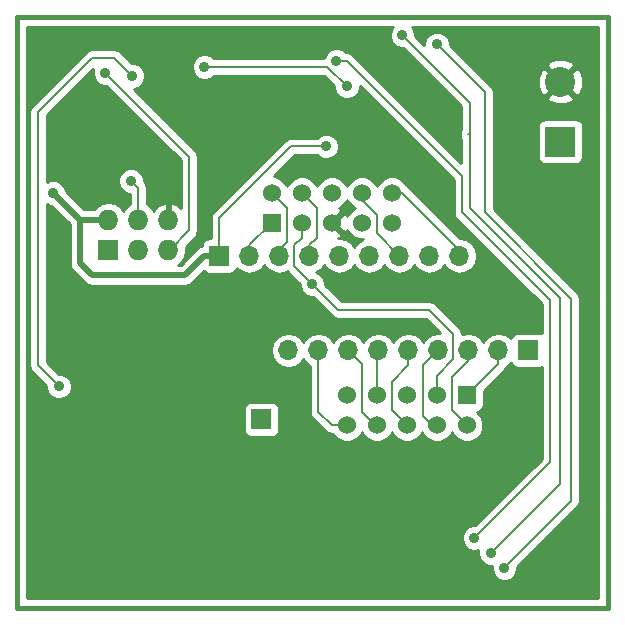
<source format=gbl>
G04 #@! TF.FileFunction,Copper,L2,Bot,Signal*
%FSLAX46Y46*%
G04 Gerber Fmt 4.6, Leading zero omitted, Abs format (unit mm)*
G04 Created by KiCad (PCBNEW 4.0.5-e0-6337~49~ubuntu16.04.1) date Tue Jan 17 08:51:43 2017*
%MOMM*%
%LPD*%
G01*
G04 APERTURE LIST*
%ADD10C,0.150000*%
%ADD11C,0.381000*%
%ADD12R,1.524000X1.524000*%
%ADD13C,1.524000*%
%ADD14R,1.727200X1.727200*%
%ADD15O,1.727200X1.727200*%
%ADD16R,2.540000X2.540000*%
%ADD17C,2.540000*%
%ADD18R,1.700000X1.700000*%
%ADD19O,1.700000X1.700000*%
%ADD20C,0.889000*%
%ADD21C,0.203200*%
%ADD22C,0.500000*%
%ADD23C,0.254000*%
G04 APERTURE END LIST*
D10*
D11*
X134000000Y-48000000D02*
X134000000Y-98000000D01*
X184000000Y-48000000D02*
X134000000Y-48000000D01*
X184000000Y-98000000D02*
X184000000Y-48000000D01*
X134000000Y-98000000D02*
X184000000Y-98000000D01*
D12*
X155575000Y-65405000D03*
D13*
X155575000Y-62865000D03*
X158115000Y-65405000D03*
X158115000Y-62865000D03*
X160655000Y-65405000D03*
X160655000Y-62865000D03*
X163195000Y-65405000D03*
X163195000Y-62865000D03*
X165735000Y-65405000D03*
X165735000Y-62865000D03*
D12*
X172085000Y-80010000D03*
D13*
X172085000Y-82550000D03*
X169545000Y-80010000D03*
X169545000Y-82550000D03*
X167005000Y-80010000D03*
X167005000Y-82550000D03*
X164465000Y-80010000D03*
X164465000Y-82550000D03*
X161925000Y-80010000D03*
X161925000Y-82550000D03*
D14*
X141732000Y-67691000D03*
D15*
X141732000Y-65151000D03*
X144272000Y-67691000D03*
X144272000Y-65151000D03*
X146812000Y-67691000D03*
X146812000Y-65151000D03*
D16*
X180000000Y-58540000D03*
D17*
X180000000Y-53460000D03*
D18*
X154686000Y-82042000D03*
X177292000Y-76200000D03*
D19*
X174752000Y-76200000D03*
X172212000Y-76200000D03*
X169672000Y-76200000D03*
X167132000Y-76200000D03*
X164592000Y-76200000D03*
X162052000Y-76200000D03*
X159512000Y-76200000D03*
X156972000Y-76200000D03*
D18*
X151130000Y-68199000D03*
D19*
X153670000Y-68199000D03*
X156210000Y-68199000D03*
X158750000Y-68199000D03*
X161290000Y-68199000D03*
X163830000Y-68199000D03*
X166370000Y-68199000D03*
X168910000Y-68199000D03*
X171450000Y-68199000D03*
D20*
X141478000Y-52705000D03*
X143637000Y-61849000D03*
X143764000Y-52959000D03*
X137541000Y-79248000D03*
X149860000Y-52197000D03*
X161925000Y-53848000D03*
X161036000Y-51689000D03*
X172720000Y-92075000D03*
X174117000Y-93345000D03*
X166624000Y-49530000D03*
X169545000Y-50292000D03*
X175260000Y-94615000D03*
X159004000Y-70612000D03*
X137033000Y-62865000D03*
X160147000Y-58928000D03*
X147193000Y-77597000D03*
X135509000Y-90297000D03*
D21*
X153670000Y-68199000D02*
X153670000Y-67310000D01*
X153670000Y-67310000D02*
X155575000Y-65405000D01*
X156210000Y-68199000D02*
X156210000Y-67691000D01*
X156210000Y-67691000D02*
X156845000Y-67056000D01*
X156845000Y-67056000D02*
X156845000Y-64135000D01*
X156845000Y-64135000D02*
X155575000Y-62865000D01*
X169545000Y-82550000D02*
X169164000Y-82550000D01*
X169164000Y-82550000D02*
X168402000Y-81788000D01*
X168402000Y-77470000D02*
X169672000Y-76200000D01*
X168402000Y-81788000D02*
X168402000Y-77470000D01*
X167132000Y-76200000D02*
X167132000Y-77470000D01*
X165735000Y-81280000D02*
X167005000Y-82550000D01*
X165735000Y-78867000D02*
X165735000Y-81280000D01*
X167132000Y-77470000D02*
X165735000Y-78867000D01*
X164465000Y-80010000D02*
X164465000Y-76327000D01*
X164465000Y-76327000D02*
X164592000Y-76200000D01*
X164465000Y-82550000D02*
X164338000Y-82550000D01*
X164338000Y-82550000D02*
X163195000Y-81407000D01*
X163195000Y-77343000D02*
X162052000Y-76200000D01*
X163195000Y-81407000D02*
X163195000Y-77343000D01*
X161925000Y-82550000D02*
X160655000Y-82550000D01*
X159512000Y-81407000D02*
X159512000Y-76200000D01*
X160655000Y-82550000D02*
X159512000Y-81407000D01*
X158750000Y-68199000D02*
X158750000Y-67310000D01*
X159385000Y-64135000D02*
X158115000Y-62865000D01*
X159385000Y-66675000D02*
X159385000Y-64135000D01*
X158750000Y-67310000D02*
X159385000Y-66675000D01*
X161290000Y-68199000D02*
X161290000Y-67564000D01*
X163195000Y-62865000D02*
X163195000Y-63500000D01*
X163195000Y-63500000D02*
X164465000Y-64770000D01*
X164465000Y-66294000D02*
X166370000Y-68199000D01*
X164465000Y-64770000D02*
X164465000Y-66294000D01*
X171450000Y-68199000D02*
X171450000Y-67691000D01*
X171450000Y-67691000D02*
X166624000Y-62865000D01*
X166624000Y-62865000D02*
X165735000Y-62865000D01*
X174752000Y-76200000D02*
X174752000Y-77343000D01*
X174752000Y-77343000D02*
X172085000Y-80010000D01*
X172212000Y-76200000D02*
X172212000Y-77089000D01*
X170815000Y-81280000D02*
X172085000Y-82550000D01*
X170815000Y-78486000D02*
X170815000Y-81280000D01*
X172212000Y-77089000D02*
X170815000Y-78486000D01*
X146812000Y-67691000D02*
X146939000Y-67691000D01*
X146939000Y-67691000D02*
X148590000Y-66040000D01*
X148590000Y-59817000D02*
X141478000Y-52705000D01*
X148590000Y-66040000D02*
X148590000Y-59817000D01*
X146812000Y-67691000D02*
X146812000Y-67310000D01*
X144272000Y-62484000D02*
X144272000Y-65151000D01*
X143637000Y-61849000D02*
X144272000Y-62484000D01*
X142240000Y-51435000D02*
X143764000Y-52959000D01*
X140335000Y-51435000D02*
X142240000Y-51435000D01*
X135763000Y-56007000D02*
X140335000Y-51435000D01*
X135763000Y-77470000D02*
X135763000Y-56007000D01*
X137541000Y-79248000D02*
X135763000Y-77470000D01*
X160274000Y-52197000D02*
X149860000Y-52197000D01*
X161925000Y-53848000D02*
X160274000Y-52197000D01*
X171704000Y-61468000D02*
X171704000Y-63246000D01*
X161925000Y-51689000D02*
X171704000Y-61468000D01*
X161036000Y-51689000D02*
X161925000Y-51689000D01*
X179133500Y-85661500D02*
X179133500Y-71945500D01*
X172720000Y-92075000D02*
X179133500Y-85661500D01*
X171704000Y-63246000D02*
X171704000Y-64516000D01*
X171704000Y-64516000D02*
X179133500Y-71945500D01*
X172339000Y-57658000D02*
X172339000Y-64135000D01*
X179959000Y-87503000D02*
X174117000Y-93345000D01*
X179959000Y-71755000D02*
X179959000Y-87503000D01*
X172339000Y-64135000D02*
X179959000Y-71755000D01*
X172339000Y-57785000D02*
X172212000Y-57912000D01*
X172339000Y-55245000D02*
X172339000Y-57658000D01*
X172339000Y-57658000D02*
X172339000Y-57785000D01*
X166624000Y-49530000D02*
X172339000Y-55245000D01*
X173609000Y-54356000D02*
X173609000Y-55626000D01*
X169545000Y-50292000D02*
X173609000Y-54356000D01*
X180911500Y-88963500D02*
X180911500Y-71818500D01*
X175260000Y-94615000D02*
X180911500Y-88963500D01*
X173609000Y-55626000D02*
X173609000Y-64516000D01*
X173609000Y-64516000D02*
X180911500Y-71818500D01*
X159004000Y-70612000D02*
X158369000Y-69977000D01*
X158115000Y-65405000D02*
X158115000Y-66675000D01*
X158115000Y-66675000D02*
X157480000Y-67310000D01*
X157480000Y-67310000D02*
X157480000Y-69088000D01*
X157480000Y-69088000D02*
X158369000Y-69977000D01*
X169545000Y-78359000D02*
X169545000Y-80010000D01*
X158369000Y-69977000D02*
X161163000Y-72771000D01*
X161163000Y-72771000D02*
X168910000Y-72771000D01*
X168910000Y-72771000D02*
X170942000Y-74803000D01*
X170942000Y-74803000D02*
X170942000Y-76962000D01*
X170942000Y-76962000D02*
X169545000Y-78359000D01*
D22*
X141732000Y-65151000D02*
X139319000Y-65151000D01*
X139319000Y-65151000D02*
X137033000Y-62865000D01*
X151130000Y-68199000D02*
X149860000Y-68199000D01*
X149860000Y-68199000D02*
X148209000Y-69850000D01*
X148209000Y-69850000D02*
X140335000Y-69850000D01*
X140335000Y-69850000D02*
X139319000Y-68834000D01*
X139319000Y-68834000D02*
X139319000Y-65151000D01*
D21*
X151130000Y-65024000D02*
X151130000Y-68199000D01*
X157226000Y-58928000D02*
X151130000Y-65024000D01*
X157861000Y-58928000D02*
X157226000Y-58928000D01*
X158877000Y-58928000D02*
X157861000Y-58928000D01*
X160147000Y-58928000D02*
X158877000Y-58928000D01*
D22*
X151130000Y-68199000D02*
X151130000Y-68326000D01*
X147193000Y-78613000D02*
X147193000Y-77597000D01*
X135509000Y-90297000D02*
X147193000Y-78613000D01*
D21*
X160655000Y-65405000D02*
X160655000Y-66040000D01*
X180000000Y-53680000D02*
X180000000Y-53460000D01*
D23*
G36*
X165709378Y-48917714D02*
X165544687Y-49314332D01*
X165544313Y-49743784D01*
X165708311Y-50140689D01*
X166011714Y-50444622D01*
X166408332Y-50609313D01*
X166661824Y-50609534D01*
X171602400Y-55550110D01*
X171602400Y-57523961D01*
X171531470Y-57630115D01*
X171475400Y-57912000D01*
X171531470Y-58193885D01*
X171602400Y-58300039D01*
X171602400Y-60324690D01*
X162445855Y-51168145D01*
X162206885Y-51008470D01*
X161925000Y-50952400D01*
X161825998Y-50952400D01*
X161648286Y-50774378D01*
X161251668Y-50609687D01*
X160822216Y-50609313D01*
X160425311Y-50773311D01*
X160121378Y-51076714D01*
X159962057Y-51460400D01*
X150649998Y-51460400D01*
X150472286Y-51282378D01*
X150075668Y-51117687D01*
X149646216Y-51117313D01*
X149249311Y-51281311D01*
X148945378Y-51584714D01*
X148780687Y-51981332D01*
X148780313Y-52410784D01*
X148944311Y-52807689D01*
X149247714Y-53111622D01*
X149644332Y-53276313D01*
X150073784Y-53276687D01*
X150470689Y-53112689D01*
X150650091Y-52933600D01*
X159968890Y-52933600D01*
X160845532Y-53810242D01*
X160845313Y-54061784D01*
X161009311Y-54458689D01*
X161312714Y-54762622D01*
X161709332Y-54927313D01*
X162138784Y-54927687D01*
X162535689Y-54763689D01*
X162839622Y-54460286D01*
X163004313Y-54063668D01*
X163004534Y-53810244D01*
X170967400Y-61773110D01*
X170967400Y-64516000D01*
X171023470Y-64797885D01*
X171183145Y-65036855D01*
X178396900Y-72250610D01*
X178396900Y-74755626D01*
X178393890Y-74753569D01*
X178142000Y-74702560D01*
X176442000Y-74702560D01*
X176206683Y-74746838D01*
X175990559Y-74885910D01*
X175845569Y-75098110D01*
X175831914Y-75165541D01*
X175802054Y-75120853D01*
X175320285Y-74798946D01*
X174752000Y-74685907D01*
X174183715Y-74798946D01*
X173701946Y-75120853D01*
X173482000Y-75450026D01*
X173262054Y-75120853D01*
X172780285Y-74798946D01*
X172212000Y-74685907D01*
X171676497Y-74792425D01*
X171622530Y-74521115D01*
X171462855Y-74282145D01*
X169430855Y-72250145D01*
X169191885Y-72090470D01*
X168910000Y-72034400D01*
X161468110Y-72034400D01*
X160083468Y-70649758D01*
X160083687Y-70398216D01*
X159919689Y-70001311D01*
X159616286Y-69697378D01*
X159342668Y-69583762D01*
X159800054Y-69278147D01*
X160020000Y-68948974D01*
X160239946Y-69278147D01*
X160721715Y-69600054D01*
X161290000Y-69713093D01*
X161858285Y-69600054D01*
X162340054Y-69278147D01*
X162560000Y-68948974D01*
X162779946Y-69278147D01*
X163261715Y-69600054D01*
X163830000Y-69713093D01*
X164398285Y-69600054D01*
X164880054Y-69278147D01*
X165100000Y-68948974D01*
X165319946Y-69278147D01*
X165801715Y-69600054D01*
X166370000Y-69713093D01*
X166938285Y-69600054D01*
X167420054Y-69278147D01*
X167640000Y-68948974D01*
X167859946Y-69278147D01*
X168341715Y-69600054D01*
X168910000Y-69713093D01*
X169478285Y-69600054D01*
X169960054Y-69278147D01*
X170180000Y-68948974D01*
X170399946Y-69278147D01*
X170881715Y-69600054D01*
X171450000Y-69713093D01*
X172018285Y-69600054D01*
X172500054Y-69278147D01*
X172821961Y-68796378D01*
X172935000Y-68228093D01*
X172935000Y-68169907D01*
X172821961Y-67601622D01*
X172500054Y-67119853D01*
X172018285Y-66797946D01*
X171494461Y-66693751D01*
X167144855Y-62344145D01*
X166988052Y-62239373D01*
X166920010Y-62074697D01*
X166527370Y-61681371D01*
X166014100Y-61468243D01*
X165458339Y-61467758D01*
X164944697Y-61679990D01*
X164551371Y-62072630D01*
X164465051Y-62280512D01*
X164380010Y-62074697D01*
X163987370Y-61681371D01*
X163474100Y-61468243D01*
X162918339Y-61467758D01*
X162404697Y-61679990D01*
X162011371Y-62072630D01*
X161925051Y-62280512D01*
X161840010Y-62074697D01*
X161447370Y-61681371D01*
X160934100Y-61468243D01*
X160378339Y-61467758D01*
X159864697Y-61679990D01*
X159471371Y-62072630D01*
X159385051Y-62280512D01*
X159300010Y-62074697D01*
X158907370Y-61681371D01*
X158394100Y-61468243D01*
X157838339Y-61467758D01*
X157324697Y-61679990D01*
X156931371Y-62072630D01*
X156845051Y-62280512D01*
X156760010Y-62074697D01*
X156367370Y-61681371D01*
X155854100Y-61468243D01*
X155727577Y-61468133D01*
X157531110Y-59664600D01*
X159357002Y-59664600D01*
X159534714Y-59842622D01*
X159931332Y-60007313D01*
X160360784Y-60007687D01*
X160757689Y-59843689D01*
X161061622Y-59540286D01*
X161226313Y-59143668D01*
X161226687Y-58714216D01*
X161062689Y-58317311D01*
X160759286Y-58013378D01*
X160362668Y-57848687D01*
X159933216Y-57848313D01*
X159536311Y-58012311D01*
X159356909Y-58191400D01*
X157226000Y-58191400D01*
X156944115Y-58247470D01*
X156723920Y-58394600D01*
X156705145Y-58407145D01*
X150609145Y-64503145D01*
X150449470Y-64742115D01*
X150393400Y-65024000D01*
X150393400Y-66701560D01*
X150280000Y-66701560D01*
X150044683Y-66745838D01*
X149828559Y-66884910D01*
X149683569Y-67097110D01*
X149632560Y-67349000D01*
X149632560Y-67359240D01*
X149521326Y-67381366D01*
X149521324Y-67381367D01*
X149521325Y-67381367D01*
X149234210Y-67573210D01*
X149234208Y-67573213D01*
X147842420Y-68965000D01*
X147594842Y-68965000D01*
X147871670Y-68780029D01*
X148196526Y-68293848D01*
X148310600Y-67720359D01*
X148310600Y-67661641D01*
X148260739Y-67410971D01*
X149110855Y-66560855D01*
X149205713Y-66418890D01*
X149270530Y-66321885D01*
X149326600Y-66040000D01*
X149326600Y-59817000D01*
X149270530Y-59535115D01*
X149110855Y-59296145D01*
X143853289Y-54038579D01*
X143977784Y-54038687D01*
X144374689Y-53874689D01*
X144678622Y-53571286D01*
X144843313Y-53174668D01*
X144843687Y-52745216D01*
X144679689Y-52348311D01*
X144376286Y-52044378D01*
X143979668Y-51879687D01*
X143726176Y-51879466D01*
X142760855Y-50914145D01*
X142521885Y-50754470D01*
X142240000Y-50698400D01*
X140335000Y-50698400D01*
X140053115Y-50754470D01*
X139814145Y-50914145D01*
X135242145Y-55486145D01*
X135082470Y-55725115D01*
X135026400Y-56007000D01*
X135026400Y-77470000D01*
X135082470Y-77751885D01*
X135242145Y-77990855D01*
X136461532Y-79210242D01*
X136461313Y-79461784D01*
X136625311Y-79858689D01*
X136928714Y-80162622D01*
X137325332Y-80327313D01*
X137754784Y-80327687D01*
X138151689Y-80163689D01*
X138455622Y-79860286D01*
X138620313Y-79463668D01*
X138620687Y-79034216D01*
X138456689Y-78637311D01*
X138153286Y-78333378D01*
X137756668Y-78168687D01*
X137503176Y-78168466D01*
X136499600Y-77164890D01*
X136499600Y-63812378D01*
X136817332Y-63944313D01*
X136860771Y-63944351D01*
X138434000Y-65517579D01*
X138434000Y-68833995D01*
X138433999Y-68834000D01*
X138468221Y-69006041D01*
X138501367Y-69172675D01*
X138584084Y-69296470D01*
X138693210Y-69459790D01*
X139709208Y-70475787D01*
X139709210Y-70475790D01*
X139996325Y-70667633D01*
X140052516Y-70678810D01*
X140335000Y-70735001D01*
X140335005Y-70735000D01*
X148208995Y-70735000D01*
X148209000Y-70735001D01*
X148491484Y-70678810D01*
X148547675Y-70667633D01*
X148834790Y-70475790D01*
X149813650Y-69496929D01*
X149815910Y-69500441D01*
X150028110Y-69645431D01*
X150280000Y-69696440D01*
X151980000Y-69696440D01*
X152215317Y-69652162D01*
X152431441Y-69513090D01*
X152576431Y-69300890D01*
X152590086Y-69233459D01*
X152619946Y-69278147D01*
X153101715Y-69600054D01*
X153670000Y-69713093D01*
X154238285Y-69600054D01*
X154720054Y-69278147D01*
X154940000Y-68948974D01*
X155159946Y-69278147D01*
X155641715Y-69600054D01*
X156210000Y-69713093D01*
X156778285Y-69600054D01*
X156899256Y-69519224D01*
X156959145Y-69608855D01*
X157924532Y-70574242D01*
X157924313Y-70825784D01*
X158088311Y-71222689D01*
X158391714Y-71526622D01*
X158788332Y-71691313D01*
X159041824Y-71691534D01*
X160642145Y-73291855D01*
X160881115Y-73451530D01*
X161163000Y-73507600D01*
X168604890Y-73507600D01*
X169810808Y-74713518D01*
X169672000Y-74685907D01*
X169103715Y-74798946D01*
X168621946Y-75120853D01*
X168402000Y-75450026D01*
X168182054Y-75120853D01*
X167700285Y-74798946D01*
X167132000Y-74685907D01*
X166563715Y-74798946D01*
X166081946Y-75120853D01*
X165862000Y-75450026D01*
X165642054Y-75120853D01*
X165160285Y-74798946D01*
X164592000Y-74685907D01*
X164023715Y-74798946D01*
X163541946Y-75120853D01*
X163322000Y-75450026D01*
X163102054Y-75120853D01*
X162620285Y-74798946D01*
X162052000Y-74685907D01*
X161483715Y-74798946D01*
X161001946Y-75120853D01*
X160782000Y-75450026D01*
X160562054Y-75120853D01*
X160080285Y-74798946D01*
X159512000Y-74685907D01*
X158943715Y-74798946D01*
X158461946Y-75120853D01*
X158242000Y-75450026D01*
X158022054Y-75120853D01*
X157540285Y-74798946D01*
X156972000Y-74685907D01*
X156403715Y-74798946D01*
X155921946Y-75120853D01*
X155600039Y-75602622D01*
X155487000Y-76170907D01*
X155487000Y-76229093D01*
X155600039Y-76797378D01*
X155921946Y-77279147D01*
X156403715Y-77601054D01*
X156972000Y-77714093D01*
X157540285Y-77601054D01*
X158022054Y-77279147D01*
X158242000Y-76949974D01*
X158461946Y-77279147D01*
X158775400Y-77488590D01*
X158775400Y-81407000D01*
X158831470Y-81688885D01*
X158991145Y-81927855D01*
X160134145Y-83070855D01*
X160373115Y-83230530D01*
X160655000Y-83286600D01*
X160717800Y-83286600D01*
X160739990Y-83340303D01*
X161132630Y-83733629D01*
X161645900Y-83946757D01*
X162201661Y-83947242D01*
X162715303Y-83735010D01*
X163108629Y-83342370D01*
X163194949Y-83134488D01*
X163279990Y-83340303D01*
X163672630Y-83733629D01*
X164185900Y-83946757D01*
X164741661Y-83947242D01*
X165255303Y-83735010D01*
X165648629Y-83342370D01*
X165734949Y-83134488D01*
X165819990Y-83340303D01*
X166212630Y-83733629D01*
X166725900Y-83946757D01*
X167281661Y-83947242D01*
X167795303Y-83735010D01*
X168188629Y-83342370D01*
X168274949Y-83134488D01*
X168359990Y-83340303D01*
X168752630Y-83733629D01*
X169265900Y-83946757D01*
X169821661Y-83947242D01*
X170335303Y-83735010D01*
X170728629Y-83342370D01*
X170814949Y-83134488D01*
X170899990Y-83340303D01*
X171292630Y-83733629D01*
X171805900Y-83946757D01*
X172361661Y-83947242D01*
X172875303Y-83735010D01*
X173268629Y-83342370D01*
X173481757Y-82829100D01*
X173482242Y-82273339D01*
X173270010Y-81759697D01*
X172917167Y-81406237D01*
X173082317Y-81375162D01*
X173298441Y-81236090D01*
X173443431Y-81023890D01*
X173494440Y-80772000D01*
X173494440Y-79642270D01*
X175272855Y-77863855D01*
X175347671Y-77751885D01*
X175432530Y-77624885D01*
X175441833Y-77578117D01*
X175455202Y-77510906D01*
X175802054Y-77279147D01*
X175829850Y-77237548D01*
X175838838Y-77285317D01*
X175977910Y-77501441D01*
X176190110Y-77646431D01*
X176442000Y-77697440D01*
X178142000Y-77697440D01*
X178377317Y-77653162D01*
X178396900Y-77640561D01*
X178396900Y-85356390D01*
X172757758Y-90995532D01*
X172506216Y-90995313D01*
X172109311Y-91159311D01*
X171805378Y-91462714D01*
X171640687Y-91859332D01*
X171640313Y-92288784D01*
X171804311Y-92685689D01*
X172107714Y-92989622D01*
X172504332Y-93154313D01*
X172933784Y-93154687D01*
X173046497Y-93108115D01*
X173037687Y-93129332D01*
X173037313Y-93558784D01*
X173201311Y-93955689D01*
X173504714Y-94259622D01*
X173901332Y-94424313D01*
X174180665Y-94424556D01*
X174180313Y-94828784D01*
X174344311Y-95225689D01*
X174647714Y-95529622D01*
X175044332Y-95694313D01*
X175473784Y-95694687D01*
X175870689Y-95530689D01*
X176174622Y-95227286D01*
X176339313Y-94830668D01*
X176339534Y-94577176D01*
X181432355Y-89484355D01*
X181592030Y-89245385D01*
X181648100Y-88963500D01*
X181648100Y-71818505D01*
X181648101Y-71818500D01*
X181592030Y-71536616D01*
X181592030Y-71536615D01*
X181432355Y-71297645D01*
X174345600Y-64210890D01*
X174345600Y-57270000D01*
X178082560Y-57270000D01*
X178082560Y-59810000D01*
X178126838Y-60045317D01*
X178265910Y-60261441D01*
X178478110Y-60406431D01*
X178730000Y-60457440D01*
X181270000Y-60457440D01*
X181505317Y-60413162D01*
X181721441Y-60274090D01*
X181866431Y-60061890D01*
X181917440Y-59810000D01*
X181917440Y-57270000D01*
X181873162Y-57034683D01*
X181734090Y-56818559D01*
X181521890Y-56673569D01*
X181270000Y-56622560D01*
X178730000Y-56622560D01*
X178494683Y-56666838D01*
X178278559Y-56805910D01*
X178133569Y-57018110D01*
X178082560Y-57270000D01*
X174345600Y-57270000D01*
X174345600Y-54807777D01*
X178831828Y-54807777D01*
X178963520Y-55102657D01*
X179671036Y-55374261D01*
X180428632Y-55354436D01*
X181036480Y-55102657D01*
X181168172Y-54807777D01*
X180000000Y-53639605D01*
X178831828Y-54807777D01*
X174345600Y-54807777D01*
X174345600Y-54356000D01*
X174289530Y-54074115D01*
X174129855Y-53835145D01*
X173425746Y-53131036D01*
X178085739Y-53131036D01*
X178105564Y-53888632D01*
X178357343Y-54496480D01*
X178652223Y-54628172D01*
X179820395Y-53460000D01*
X180179605Y-53460000D01*
X181347777Y-54628172D01*
X181642657Y-54496480D01*
X181914261Y-53788964D01*
X181894436Y-53031368D01*
X181642657Y-52423520D01*
X181347777Y-52291828D01*
X180179605Y-53460000D01*
X179820395Y-53460000D01*
X178652223Y-52291828D01*
X178357343Y-52423520D01*
X178085739Y-53131036D01*
X173425746Y-53131036D01*
X172406933Y-52112223D01*
X178831828Y-52112223D01*
X180000000Y-53280395D01*
X181168172Y-52112223D01*
X181036480Y-51817343D01*
X180328964Y-51545739D01*
X179571368Y-51565564D01*
X178963520Y-51817343D01*
X178831828Y-52112223D01*
X172406933Y-52112223D01*
X170624468Y-50329758D01*
X170624687Y-50078216D01*
X170460689Y-49681311D01*
X170157286Y-49377378D01*
X169760668Y-49212687D01*
X169331216Y-49212313D01*
X168934311Y-49376311D01*
X168630378Y-49679714D01*
X168465687Y-50076332D01*
X168465466Y-50329756D01*
X167703468Y-49567758D01*
X167703687Y-49316216D01*
X167539689Y-48919311D01*
X167446042Y-48825500D01*
X183174500Y-48825500D01*
X183174500Y-97174500D01*
X134825500Y-97174500D01*
X134825500Y-81192000D01*
X153188560Y-81192000D01*
X153188560Y-82892000D01*
X153232838Y-83127317D01*
X153371910Y-83343441D01*
X153584110Y-83488431D01*
X153836000Y-83539440D01*
X155536000Y-83539440D01*
X155771317Y-83495162D01*
X155987441Y-83356090D01*
X156132431Y-83143890D01*
X156183440Y-82892000D01*
X156183440Y-81192000D01*
X156139162Y-80956683D01*
X156000090Y-80740559D01*
X155787890Y-80595569D01*
X155536000Y-80544560D01*
X153836000Y-80544560D01*
X153600683Y-80588838D01*
X153384559Y-80727910D01*
X153239569Y-80940110D01*
X153188560Y-81192000D01*
X134825500Y-81192000D01*
X134825500Y-48825500D01*
X165801753Y-48825500D01*
X165709378Y-48917714D01*
X165709378Y-48917714D01*
G37*
X165709378Y-48917714D02*
X165544687Y-49314332D01*
X165544313Y-49743784D01*
X165708311Y-50140689D01*
X166011714Y-50444622D01*
X166408332Y-50609313D01*
X166661824Y-50609534D01*
X171602400Y-55550110D01*
X171602400Y-57523961D01*
X171531470Y-57630115D01*
X171475400Y-57912000D01*
X171531470Y-58193885D01*
X171602400Y-58300039D01*
X171602400Y-60324690D01*
X162445855Y-51168145D01*
X162206885Y-51008470D01*
X161925000Y-50952400D01*
X161825998Y-50952400D01*
X161648286Y-50774378D01*
X161251668Y-50609687D01*
X160822216Y-50609313D01*
X160425311Y-50773311D01*
X160121378Y-51076714D01*
X159962057Y-51460400D01*
X150649998Y-51460400D01*
X150472286Y-51282378D01*
X150075668Y-51117687D01*
X149646216Y-51117313D01*
X149249311Y-51281311D01*
X148945378Y-51584714D01*
X148780687Y-51981332D01*
X148780313Y-52410784D01*
X148944311Y-52807689D01*
X149247714Y-53111622D01*
X149644332Y-53276313D01*
X150073784Y-53276687D01*
X150470689Y-53112689D01*
X150650091Y-52933600D01*
X159968890Y-52933600D01*
X160845532Y-53810242D01*
X160845313Y-54061784D01*
X161009311Y-54458689D01*
X161312714Y-54762622D01*
X161709332Y-54927313D01*
X162138784Y-54927687D01*
X162535689Y-54763689D01*
X162839622Y-54460286D01*
X163004313Y-54063668D01*
X163004534Y-53810244D01*
X170967400Y-61773110D01*
X170967400Y-64516000D01*
X171023470Y-64797885D01*
X171183145Y-65036855D01*
X178396900Y-72250610D01*
X178396900Y-74755626D01*
X178393890Y-74753569D01*
X178142000Y-74702560D01*
X176442000Y-74702560D01*
X176206683Y-74746838D01*
X175990559Y-74885910D01*
X175845569Y-75098110D01*
X175831914Y-75165541D01*
X175802054Y-75120853D01*
X175320285Y-74798946D01*
X174752000Y-74685907D01*
X174183715Y-74798946D01*
X173701946Y-75120853D01*
X173482000Y-75450026D01*
X173262054Y-75120853D01*
X172780285Y-74798946D01*
X172212000Y-74685907D01*
X171676497Y-74792425D01*
X171622530Y-74521115D01*
X171462855Y-74282145D01*
X169430855Y-72250145D01*
X169191885Y-72090470D01*
X168910000Y-72034400D01*
X161468110Y-72034400D01*
X160083468Y-70649758D01*
X160083687Y-70398216D01*
X159919689Y-70001311D01*
X159616286Y-69697378D01*
X159342668Y-69583762D01*
X159800054Y-69278147D01*
X160020000Y-68948974D01*
X160239946Y-69278147D01*
X160721715Y-69600054D01*
X161290000Y-69713093D01*
X161858285Y-69600054D01*
X162340054Y-69278147D01*
X162560000Y-68948974D01*
X162779946Y-69278147D01*
X163261715Y-69600054D01*
X163830000Y-69713093D01*
X164398285Y-69600054D01*
X164880054Y-69278147D01*
X165100000Y-68948974D01*
X165319946Y-69278147D01*
X165801715Y-69600054D01*
X166370000Y-69713093D01*
X166938285Y-69600054D01*
X167420054Y-69278147D01*
X167640000Y-68948974D01*
X167859946Y-69278147D01*
X168341715Y-69600054D01*
X168910000Y-69713093D01*
X169478285Y-69600054D01*
X169960054Y-69278147D01*
X170180000Y-68948974D01*
X170399946Y-69278147D01*
X170881715Y-69600054D01*
X171450000Y-69713093D01*
X172018285Y-69600054D01*
X172500054Y-69278147D01*
X172821961Y-68796378D01*
X172935000Y-68228093D01*
X172935000Y-68169907D01*
X172821961Y-67601622D01*
X172500054Y-67119853D01*
X172018285Y-66797946D01*
X171494461Y-66693751D01*
X167144855Y-62344145D01*
X166988052Y-62239373D01*
X166920010Y-62074697D01*
X166527370Y-61681371D01*
X166014100Y-61468243D01*
X165458339Y-61467758D01*
X164944697Y-61679990D01*
X164551371Y-62072630D01*
X164465051Y-62280512D01*
X164380010Y-62074697D01*
X163987370Y-61681371D01*
X163474100Y-61468243D01*
X162918339Y-61467758D01*
X162404697Y-61679990D01*
X162011371Y-62072630D01*
X161925051Y-62280512D01*
X161840010Y-62074697D01*
X161447370Y-61681371D01*
X160934100Y-61468243D01*
X160378339Y-61467758D01*
X159864697Y-61679990D01*
X159471371Y-62072630D01*
X159385051Y-62280512D01*
X159300010Y-62074697D01*
X158907370Y-61681371D01*
X158394100Y-61468243D01*
X157838339Y-61467758D01*
X157324697Y-61679990D01*
X156931371Y-62072630D01*
X156845051Y-62280512D01*
X156760010Y-62074697D01*
X156367370Y-61681371D01*
X155854100Y-61468243D01*
X155727577Y-61468133D01*
X157531110Y-59664600D01*
X159357002Y-59664600D01*
X159534714Y-59842622D01*
X159931332Y-60007313D01*
X160360784Y-60007687D01*
X160757689Y-59843689D01*
X161061622Y-59540286D01*
X161226313Y-59143668D01*
X161226687Y-58714216D01*
X161062689Y-58317311D01*
X160759286Y-58013378D01*
X160362668Y-57848687D01*
X159933216Y-57848313D01*
X159536311Y-58012311D01*
X159356909Y-58191400D01*
X157226000Y-58191400D01*
X156944115Y-58247470D01*
X156723920Y-58394600D01*
X156705145Y-58407145D01*
X150609145Y-64503145D01*
X150449470Y-64742115D01*
X150393400Y-65024000D01*
X150393400Y-66701560D01*
X150280000Y-66701560D01*
X150044683Y-66745838D01*
X149828559Y-66884910D01*
X149683569Y-67097110D01*
X149632560Y-67349000D01*
X149632560Y-67359240D01*
X149521326Y-67381366D01*
X149521324Y-67381367D01*
X149521325Y-67381367D01*
X149234210Y-67573210D01*
X149234208Y-67573213D01*
X147842420Y-68965000D01*
X147594842Y-68965000D01*
X147871670Y-68780029D01*
X148196526Y-68293848D01*
X148310600Y-67720359D01*
X148310600Y-67661641D01*
X148260739Y-67410971D01*
X149110855Y-66560855D01*
X149205713Y-66418890D01*
X149270530Y-66321885D01*
X149326600Y-66040000D01*
X149326600Y-59817000D01*
X149270530Y-59535115D01*
X149110855Y-59296145D01*
X143853289Y-54038579D01*
X143977784Y-54038687D01*
X144374689Y-53874689D01*
X144678622Y-53571286D01*
X144843313Y-53174668D01*
X144843687Y-52745216D01*
X144679689Y-52348311D01*
X144376286Y-52044378D01*
X143979668Y-51879687D01*
X143726176Y-51879466D01*
X142760855Y-50914145D01*
X142521885Y-50754470D01*
X142240000Y-50698400D01*
X140335000Y-50698400D01*
X140053115Y-50754470D01*
X139814145Y-50914145D01*
X135242145Y-55486145D01*
X135082470Y-55725115D01*
X135026400Y-56007000D01*
X135026400Y-77470000D01*
X135082470Y-77751885D01*
X135242145Y-77990855D01*
X136461532Y-79210242D01*
X136461313Y-79461784D01*
X136625311Y-79858689D01*
X136928714Y-80162622D01*
X137325332Y-80327313D01*
X137754784Y-80327687D01*
X138151689Y-80163689D01*
X138455622Y-79860286D01*
X138620313Y-79463668D01*
X138620687Y-79034216D01*
X138456689Y-78637311D01*
X138153286Y-78333378D01*
X137756668Y-78168687D01*
X137503176Y-78168466D01*
X136499600Y-77164890D01*
X136499600Y-63812378D01*
X136817332Y-63944313D01*
X136860771Y-63944351D01*
X138434000Y-65517579D01*
X138434000Y-68833995D01*
X138433999Y-68834000D01*
X138468221Y-69006041D01*
X138501367Y-69172675D01*
X138584084Y-69296470D01*
X138693210Y-69459790D01*
X139709208Y-70475787D01*
X139709210Y-70475790D01*
X139996325Y-70667633D01*
X140052516Y-70678810D01*
X140335000Y-70735001D01*
X140335005Y-70735000D01*
X148208995Y-70735000D01*
X148209000Y-70735001D01*
X148491484Y-70678810D01*
X148547675Y-70667633D01*
X148834790Y-70475790D01*
X149813650Y-69496929D01*
X149815910Y-69500441D01*
X150028110Y-69645431D01*
X150280000Y-69696440D01*
X151980000Y-69696440D01*
X152215317Y-69652162D01*
X152431441Y-69513090D01*
X152576431Y-69300890D01*
X152590086Y-69233459D01*
X152619946Y-69278147D01*
X153101715Y-69600054D01*
X153670000Y-69713093D01*
X154238285Y-69600054D01*
X154720054Y-69278147D01*
X154940000Y-68948974D01*
X155159946Y-69278147D01*
X155641715Y-69600054D01*
X156210000Y-69713093D01*
X156778285Y-69600054D01*
X156899256Y-69519224D01*
X156959145Y-69608855D01*
X157924532Y-70574242D01*
X157924313Y-70825784D01*
X158088311Y-71222689D01*
X158391714Y-71526622D01*
X158788332Y-71691313D01*
X159041824Y-71691534D01*
X160642145Y-73291855D01*
X160881115Y-73451530D01*
X161163000Y-73507600D01*
X168604890Y-73507600D01*
X169810808Y-74713518D01*
X169672000Y-74685907D01*
X169103715Y-74798946D01*
X168621946Y-75120853D01*
X168402000Y-75450026D01*
X168182054Y-75120853D01*
X167700285Y-74798946D01*
X167132000Y-74685907D01*
X166563715Y-74798946D01*
X166081946Y-75120853D01*
X165862000Y-75450026D01*
X165642054Y-75120853D01*
X165160285Y-74798946D01*
X164592000Y-74685907D01*
X164023715Y-74798946D01*
X163541946Y-75120853D01*
X163322000Y-75450026D01*
X163102054Y-75120853D01*
X162620285Y-74798946D01*
X162052000Y-74685907D01*
X161483715Y-74798946D01*
X161001946Y-75120853D01*
X160782000Y-75450026D01*
X160562054Y-75120853D01*
X160080285Y-74798946D01*
X159512000Y-74685907D01*
X158943715Y-74798946D01*
X158461946Y-75120853D01*
X158242000Y-75450026D01*
X158022054Y-75120853D01*
X157540285Y-74798946D01*
X156972000Y-74685907D01*
X156403715Y-74798946D01*
X155921946Y-75120853D01*
X155600039Y-75602622D01*
X155487000Y-76170907D01*
X155487000Y-76229093D01*
X155600039Y-76797378D01*
X155921946Y-77279147D01*
X156403715Y-77601054D01*
X156972000Y-77714093D01*
X157540285Y-77601054D01*
X158022054Y-77279147D01*
X158242000Y-76949974D01*
X158461946Y-77279147D01*
X158775400Y-77488590D01*
X158775400Y-81407000D01*
X158831470Y-81688885D01*
X158991145Y-81927855D01*
X160134145Y-83070855D01*
X160373115Y-83230530D01*
X160655000Y-83286600D01*
X160717800Y-83286600D01*
X160739990Y-83340303D01*
X161132630Y-83733629D01*
X161645900Y-83946757D01*
X162201661Y-83947242D01*
X162715303Y-83735010D01*
X163108629Y-83342370D01*
X163194949Y-83134488D01*
X163279990Y-83340303D01*
X163672630Y-83733629D01*
X164185900Y-83946757D01*
X164741661Y-83947242D01*
X165255303Y-83735010D01*
X165648629Y-83342370D01*
X165734949Y-83134488D01*
X165819990Y-83340303D01*
X166212630Y-83733629D01*
X166725900Y-83946757D01*
X167281661Y-83947242D01*
X167795303Y-83735010D01*
X168188629Y-83342370D01*
X168274949Y-83134488D01*
X168359990Y-83340303D01*
X168752630Y-83733629D01*
X169265900Y-83946757D01*
X169821661Y-83947242D01*
X170335303Y-83735010D01*
X170728629Y-83342370D01*
X170814949Y-83134488D01*
X170899990Y-83340303D01*
X171292630Y-83733629D01*
X171805900Y-83946757D01*
X172361661Y-83947242D01*
X172875303Y-83735010D01*
X173268629Y-83342370D01*
X173481757Y-82829100D01*
X173482242Y-82273339D01*
X173270010Y-81759697D01*
X172917167Y-81406237D01*
X173082317Y-81375162D01*
X173298441Y-81236090D01*
X173443431Y-81023890D01*
X173494440Y-80772000D01*
X173494440Y-79642270D01*
X175272855Y-77863855D01*
X175347671Y-77751885D01*
X175432530Y-77624885D01*
X175441833Y-77578117D01*
X175455202Y-77510906D01*
X175802054Y-77279147D01*
X175829850Y-77237548D01*
X175838838Y-77285317D01*
X175977910Y-77501441D01*
X176190110Y-77646431D01*
X176442000Y-77697440D01*
X178142000Y-77697440D01*
X178377317Y-77653162D01*
X178396900Y-77640561D01*
X178396900Y-85356390D01*
X172757758Y-90995532D01*
X172506216Y-90995313D01*
X172109311Y-91159311D01*
X171805378Y-91462714D01*
X171640687Y-91859332D01*
X171640313Y-92288784D01*
X171804311Y-92685689D01*
X172107714Y-92989622D01*
X172504332Y-93154313D01*
X172933784Y-93154687D01*
X173046497Y-93108115D01*
X173037687Y-93129332D01*
X173037313Y-93558784D01*
X173201311Y-93955689D01*
X173504714Y-94259622D01*
X173901332Y-94424313D01*
X174180665Y-94424556D01*
X174180313Y-94828784D01*
X174344311Y-95225689D01*
X174647714Y-95529622D01*
X175044332Y-95694313D01*
X175473784Y-95694687D01*
X175870689Y-95530689D01*
X176174622Y-95227286D01*
X176339313Y-94830668D01*
X176339534Y-94577176D01*
X181432355Y-89484355D01*
X181592030Y-89245385D01*
X181648100Y-88963500D01*
X181648100Y-71818505D01*
X181648101Y-71818500D01*
X181592030Y-71536616D01*
X181592030Y-71536615D01*
X181432355Y-71297645D01*
X174345600Y-64210890D01*
X174345600Y-57270000D01*
X178082560Y-57270000D01*
X178082560Y-59810000D01*
X178126838Y-60045317D01*
X178265910Y-60261441D01*
X178478110Y-60406431D01*
X178730000Y-60457440D01*
X181270000Y-60457440D01*
X181505317Y-60413162D01*
X181721441Y-60274090D01*
X181866431Y-60061890D01*
X181917440Y-59810000D01*
X181917440Y-57270000D01*
X181873162Y-57034683D01*
X181734090Y-56818559D01*
X181521890Y-56673569D01*
X181270000Y-56622560D01*
X178730000Y-56622560D01*
X178494683Y-56666838D01*
X178278559Y-56805910D01*
X178133569Y-57018110D01*
X178082560Y-57270000D01*
X174345600Y-57270000D01*
X174345600Y-54807777D01*
X178831828Y-54807777D01*
X178963520Y-55102657D01*
X179671036Y-55374261D01*
X180428632Y-55354436D01*
X181036480Y-55102657D01*
X181168172Y-54807777D01*
X180000000Y-53639605D01*
X178831828Y-54807777D01*
X174345600Y-54807777D01*
X174345600Y-54356000D01*
X174289530Y-54074115D01*
X174129855Y-53835145D01*
X173425746Y-53131036D01*
X178085739Y-53131036D01*
X178105564Y-53888632D01*
X178357343Y-54496480D01*
X178652223Y-54628172D01*
X179820395Y-53460000D01*
X180179605Y-53460000D01*
X181347777Y-54628172D01*
X181642657Y-54496480D01*
X181914261Y-53788964D01*
X181894436Y-53031368D01*
X181642657Y-52423520D01*
X181347777Y-52291828D01*
X180179605Y-53460000D01*
X179820395Y-53460000D01*
X178652223Y-52291828D01*
X178357343Y-52423520D01*
X178085739Y-53131036D01*
X173425746Y-53131036D01*
X172406933Y-52112223D01*
X178831828Y-52112223D01*
X180000000Y-53280395D01*
X181168172Y-52112223D01*
X181036480Y-51817343D01*
X180328964Y-51545739D01*
X179571368Y-51565564D01*
X178963520Y-51817343D01*
X178831828Y-52112223D01*
X172406933Y-52112223D01*
X170624468Y-50329758D01*
X170624687Y-50078216D01*
X170460689Y-49681311D01*
X170157286Y-49377378D01*
X169760668Y-49212687D01*
X169331216Y-49212313D01*
X168934311Y-49376311D01*
X168630378Y-49679714D01*
X168465687Y-50076332D01*
X168465466Y-50329756D01*
X167703468Y-49567758D01*
X167703687Y-49316216D01*
X167539689Y-48919311D01*
X167446042Y-48825500D01*
X183174500Y-48825500D01*
X183174500Y-97174500D01*
X134825500Y-97174500D01*
X134825500Y-81192000D01*
X153188560Y-81192000D01*
X153188560Y-82892000D01*
X153232838Y-83127317D01*
X153371910Y-83343441D01*
X153584110Y-83488431D01*
X153836000Y-83539440D01*
X155536000Y-83539440D01*
X155771317Y-83495162D01*
X155987441Y-83356090D01*
X156132431Y-83143890D01*
X156183440Y-82892000D01*
X156183440Y-81192000D01*
X156139162Y-80956683D01*
X156000090Y-80740559D01*
X155787890Y-80595569D01*
X155536000Y-80544560D01*
X153836000Y-80544560D01*
X153600683Y-80588838D01*
X153384559Y-80727910D01*
X153239569Y-80940110D01*
X153188560Y-81192000D01*
X134825500Y-81192000D01*
X134825500Y-48825500D01*
X165801753Y-48825500D01*
X165709378Y-48917714D01*
G36*
X167198748Y-79995858D02*
X167184605Y-80010000D01*
X167198748Y-80024143D01*
X167019143Y-80203748D01*
X167005000Y-80189605D01*
X166990858Y-80203748D01*
X166811253Y-80024143D01*
X166825395Y-80010000D01*
X166811253Y-79995858D01*
X166990858Y-79816253D01*
X167005000Y-79830395D01*
X167019143Y-79816253D01*
X167198748Y-79995858D01*
X167198748Y-79995858D01*
G37*
X167198748Y-79995858D02*
X167184605Y-80010000D01*
X167198748Y-80024143D01*
X167019143Y-80203748D01*
X167005000Y-80189605D01*
X166990858Y-80203748D01*
X166811253Y-80024143D01*
X166825395Y-80010000D01*
X166811253Y-79995858D01*
X166990858Y-79816253D01*
X167005000Y-79830395D01*
X167019143Y-79816253D01*
X167198748Y-79995858D01*
G36*
X162009990Y-63655303D02*
X162402630Y-64048629D01*
X162610512Y-64134949D01*
X162404697Y-64219990D01*
X162011371Y-64612630D01*
X161931605Y-64804727D01*
X161877397Y-64673857D01*
X161635213Y-64604392D01*
X160834605Y-65405000D01*
X161635213Y-66205608D01*
X161877397Y-66136143D01*
X161927509Y-65995682D01*
X162009990Y-66195303D01*
X162402630Y-66588629D01*
X162915900Y-66801757D01*
X163255568Y-66802053D01*
X162779946Y-67119853D01*
X162560000Y-67449026D01*
X162340054Y-67119853D01*
X161858285Y-66797946D01*
X161290000Y-66684907D01*
X161207854Y-66701247D01*
X161386143Y-66627397D01*
X161455608Y-66385213D01*
X160655000Y-65584605D01*
X160640858Y-65598748D01*
X160461253Y-65419143D01*
X160475395Y-65405000D01*
X160461253Y-65390858D01*
X160640858Y-65211253D01*
X160655000Y-65225395D01*
X161455608Y-64424787D01*
X161386143Y-64182603D01*
X161245682Y-64132491D01*
X161445303Y-64050010D01*
X161838629Y-63657370D01*
X161924949Y-63449488D01*
X162009990Y-63655303D01*
X162009990Y-63655303D01*
G37*
X162009990Y-63655303D02*
X162402630Y-64048629D01*
X162610512Y-64134949D01*
X162404697Y-64219990D01*
X162011371Y-64612630D01*
X161931605Y-64804727D01*
X161877397Y-64673857D01*
X161635213Y-64604392D01*
X160834605Y-65405000D01*
X161635213Y-66205608D01*
X161877397Y-66136143D01*
X161927509Y-65995682D01*
X162009990Y-66195303D01*
X162402630Y-66588629D01*
X162915900Y-66801757D01*
X163255568Y-66802053D01*
X162779946Y-67119853D01*
X162560000Y-67449026D01*
X162340054Y-67119853D01*
X161858285Y-66797946D01*
X161290000Y-66684907D01*
X161207854Y-66701247D01*
X161386143Y-66627397D01*
X161455608Y-66385213D01*
X160655000Y-65584605D01*
X160640858Y-65598748D01*
X160461253Y-65419143D01*
X160475395Y-65405000D01*
X160461253Y-65390858D01*
X160640858Y-65211253D01*
X160655000Y-65225395D01*
X161455608Y-64424787D01*
X161386143Y-64182603D01*
X161245682Y-64132491D01*
X161445303Y-64050010D01*
X161838629Y-63657370D01*
X161924949Y-63449488D01*
X162009990Y-63655303D01*
G36*
X140398687Y-52489332D02*
X140398313Y-52918784D01*
X140562311Y-53315689D01*
X140865714Y-53619622D01*
X141262332Y-53784313D01*
X141515824Y-53784534D01*
X147853400Y-60122110D01*
X147853400Y-64111520D01*
X147586947Y-63868312D01*
X147171026Y-63696042D01*
X146939000Y-63817183D01*
X146939000Y-65024000D01*
X146959000Y-65024000D01*
X146959000Y-65278000D01*
X146939000Y-65278000D01*
X146939000Y-65298000D01*
X146685000Y-65298000D01*
X146685000Y-65278000D01*
X146665000Y-65278000D01*
X146665000Y-65024000D01*
X146685000Y-65024000D01*
X146685000Y-63817183D01*
X146452974Y-63696042D01*
X146037053Y-63868312D01*
X145605179Y-64262510D01*
X145547664Y-64385228D01*
X145331670Y-64061971D01*
X145008600Y-63846102D01*
X145008600Y-62484000D01*
X144952530Y-62202115D01*
X144792855Y-61963145D01*
X144716468Y-61886758D01*
X144716687Y-61635216D01*
X144552689Y-61238311D01*
X144249286Y-60934378D01*
X143852668Y-60769687D01*
X143423216Y-60769313D01*
X143026311Y-60933311D01*
X142722378Y-61236714D01*
X142557687Y-61633332D01*
X142557313Y-62062784D01*
X142721311Y-62459689D01*
X143024714Y-62763622D01*
X143421332Y-62928313D01*
X143535400Y-62928412D01*
X143535400Y-63846102D01*
X143212330Y-64061971D01*
X143002000Y-64376752D01*
X142791670Y-64061971D01*
X142305489Y-63737115D01*
X141732000Y-63623041D01*
X141158511Y-63737115D01*
X140672330Y-64061971D01*
X140536002Y-64266000D01*
X139685579Y-64266000D01*
X138112651Y-62693071D01*
X138112687Y-62651216D01*
X137948689Y-62254311D01*
X137645286Y-61950378D01*
X137248668Y-61785687D01*
X136819216Y-61785313D01*
X136499600Y-61917376D01*
X136499600Y-56312110D01*
X140452874Y-52358836D01*
X140398687Y-52489332D01*
X140398687Y-52489332D01*
G37*
X140398687Y-52489332D02*
X140398313Y-52918784D01*
X140562311Y-53315689D01*
X140865714Y-53619622D01*
X141262332Y-53784313D01*
X141515824Y-53784534D01*
X147853400Y-60122110D01*
X147853400Y-64111520D01*
X147586947Y-63868312D01*
X147171026Y-63696042D01*
X146939000Y-63817183D01*
X146939000Y-65024000D01*
X146959000Y-65024000D01*
X146959000Y-65278000D01*
X146939000Y-65278000D01*
X146939000Y-65298000D01*
X146685000Y-65298000D01*
X146685000Y-65278000D01*
X146665000Y-65278000D01*
X146665000Y-65024000D01*
X146685000Y-65024000D01*
X146685000Y-63817183D01*
X146452974Y-63696042D01*
X146037053Y-63868312D01*
X145605179Y-64262510D01*
X145547664Y-64385228D01*
X145331670Y-64061971D01*
X145008600Y-63846102D01*
X145008600Y-62484000D01*
X144952530Y-62202115D01*
X144792855Y-61963145D01*
X144716468Y-61886758D01*
X144716687Y-61635216D01*
X144552689Y-61238311D01*
X144249286Y-60934378D01*
X143852668Y-60769687D01*
X143423216Y-60769313D01*
X143026311Y-60933311D01*
X142722378Y-61236714D01*
X142557687Y-61633332D01*
X142557313Y-62062784D01*
X142721311Y-62459689D01*
X143024714Y-62763622D01*
X143421332Y-62928313D01*
X143535400Y-62928412D01*
X143535400Y-63846102D01*
X143212330Y-64061971D01*
X143002000Y-64376752D01*
X142791670Y-64061971D01*
X142305489Y-63737115D01*
X141732000Y-63623041D01*
X141158511Y-63737115D01*
X140672330Y-64061971D01*
X140536002Y-64266000D01*
X139685579Y-64266000D01*
X138112651Y-62693071D01*
X138112687Y-62651216D01*
X137948689Y-62254311D01*
X137645286Y-61950378D01*
X137248668Y-61785687D01*
X136819216Y-61785313D01*
X136499600Y-61917376D01*
X136499600Y-56312110D01*
X140452874Y-52358836D01*
X140398687Y-52489332D01*
M02*

</source>
